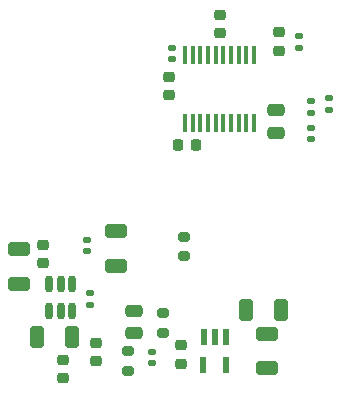
<source format=gbp>
G04 #@! TF.GenerationSoftware,KiCad,Pcbnew,8.0.7*
G04 #@! TF.CreationDate,2025-06-23T12:01:53+08:00*
G04 #@! TF.ProjectId,Pagtingin_Final,50616774-696e-4676-996e-5f46696e616c,rev?*
G04 #@! TF.SameCoordinates,Original*
G04 #@! TF.FileFunction,Paste,Bot*
G04 #@! TF.FilePolarity,Positive*
%FSLAX46Y46*%
G04 Gerber Fmt 4.6, Leading zero omitted, Abs format (unit mm)*
G04 Created by KiCad (PCBNEW 8.0.7) date 2025-06-23 12:01:53*
%MOMM*%
%LPD*%
G01*
G04 APERTURE LIST*
G04 Aperture macros list*
%AMRoundRect*
4,1,4,-3,2,-5,4,-7,6,-9,8,-3,2,0*
1,1,$1,$2,$3*
1,1,$1,$2,$3*
1,1,$1,$2,$3*
1,1,$1,$2,$3*
20,1,$1,$2,$3,$4,$5,90*
20,1,$1,$2,$3,$4,$5,90*
20,1,$1,$2,$3,$4,$5,90*
20,1,$1,$2,$3,$4,$5,90*%
G04 Aperture macros list end*
%AMCOMP20*
4,1,3,
-0.475,0.25000000000000006,
-0.475,-0.24999999999999997,
0.475,-0.25000000000000006,
0.475,0.24999999999999997,
0*
4,1,19,
-0.725,0.25000000000000006,
-0.71276412907378839,0.32725424859373692,
-0.67725424859373684,0.39694631307311834,
-0.62194631307311821,0.45225424859373692,
-0.55225424859373684,0.48776412907378847,
-0.47499999999999992,0.5,
-0.39774575140626306,0.48776412907378841,
-0.32805368692688175,0.45225424859373686,
-0.27274575140626311,0.39694631307311834,
-0.23723587092621157,0.32725424859373686,
-0.22499999999999995,0.25000000000000006,
-0.2372358709262116,0.17274575140626311,
-0.27274575140626311,0.10305368692688176,
-0.32805368692688164,0.047745751406263186,
-0.39774575140626311,0.012235870926211641,
-0.47499999999999992,0.000000000000000029084400903281456,
-0.55225424859373673,0.012235870926211622,
-0.62194631307311821,0.047745751406263144,
-0.67725424859373684,0.1030536869268817,
-0.71276412907378839,0.17274575140626314,
0*
4,1,19,
-0.725,-0.24999999999999994,
-0.71276412907378839,-0.17274575140626308,
-0.67725424859373684,-0.10305368692688167,
-0.62194631307311821,-0.0477457514062631,
-0.55225424859373684,-0.012235870926211584,
-0.475,0.000000000000000029084400903281456,
-0.39774575140626311,-0.012235870926211565,
-0.32805368692688175,-0.047745751406263116,
-0.27274575140626311,-0.10305368692688167,
-0.2372358709262116,-0.17274575140626311,
-0.225,-0.24999999999999997,
-0.23723587092621162,-0.32725424859373692,
-0.27274575140626311,-0.39694631307311823,
-0.32805368692688164,-0.45225424859373686,
-0.39774575140626317,-0.48776412907378841,
-0.475,-0.49999999999999994,
-0.55225424859373673,-0.48776412907378836,
-0.62194631307311821,-0.45225424859373681,
-0.67725424859373684,-0.39694631307311828,
-0.71276412907378839,-0.32725424859373686,
0*
4,1,19,
0.22499999999999995,-0.25,
0.2372358709262116,-0.17274575140626316,
0.27274575140626311,-0.10305368692688173,
0.32805368692688169,-0.047745751406263158,
0.39774575140626311,-0.012235870926211641,
0.475,-0.000000000000000029084400903281456,
0.55225424859373684,-0.012235870926211622,
0.62194631307311821,-0.047745751406263172,
0.67725424859373684,-0.10305368692688173,
0.71276412907378839,-0.17274575140626319,
0.725,-0.25,
0.71276412907378839,-0.327254248593737,
0.67725424859373684,-0.39694631307311828,
0.62194631307311832,-0.45225424859373692,
0.55225424859373684,-0.48776412907378847,
0.475,-0.5,
0.39774575140626311,-0.48776412907378841,
0.32805368692688175,-0.45225424859373686,
0.27274575140626311,-0.39694631307311834,
0.23723587092621157,-0.32725424859373692,
0*
4,1,19,
0.225,0.25,
0.23723587092621162,0.32725424859373686,
0.27274575140626311,0.39694631307311828,
0.32805368692688169,0.45225424859373686,
0.39774575140626317,0.48776412907378841,
0.47500000000000003,0.49999999999999994,
0.55225424859373684,0.48776412907378836,
0.62194631307311821,0.45225424859373681,
0.67725424859373684,0.39694631307311828,
0.71276412907378839,0.32725424859373681,
0.725,0.25,
0.71276412907378839,0.17274575140626303,
0.67725424859373684,0.1030536869268817,
0.62194631307311832,0.04774575140626313,
0.55225424859373684,0.012235870926211584,
0.47500000000000003,-0.000000000000000029084400903281462,
0.39774575140626317,0.012235870926211565,
0.32805368692688175,0.047745751406263089,
0.27274575140626311,0.10305368692688165,
0.2372358709262116,0.17274575140626305,
0*
4,1,3,
-0.725,0.25000000000000006,
-0.22499999999999995,0.24999999999999997,
-0.225,-0.25,
-0.725,-0.24999999999999992,
0*
4,1,3,
-0.47500000000000003,-0.49999999999999994,
-0.475,0.000000000000000029084400903281456,
0.475,-0.000000000000000029084400903281456,
0.47499999999999992,-0.5,
0*
4,1,3,
0.725,-0.25000000000000006,
0.22499999999999995,-0.24999999999999997,
0.225,0.25,
0.725,0.24999999999999992,
0*
4,1,3,
0.47500000000000003,0.49999999999999994,
0.475,-0.000000000000000029084400903281456,
-0.475,0.000000000000000029084400903281456,
-0.47499999999999992,0.5,
0*%
%ADD10COMP20,0.25X0.25X0.475X-0.25X0.475X-0.25X-0.475X0.25X-0.475X0*%
%AMCOMP21*
4,1,3,
0.25625,-0.21875000000000003,
0.25625,0.21874999999999997,
-0.25625,0.21875000000000003,
-0.25625,-0.21874999999999997,
0*
4,1,19,
0.037499999999999964,-0.21875,
0.048206387060435139,-0.15115253248048027,
0.079277532480480223,-0.090171976061021508,
0.12767197606102149,-0.041777532480480252,
0.18865253248048022,-0.010706387060435181,
0.25625,-0.000000000000000015690268908349208,
0.32384746751951971,-0.01070638706043516,
0.38482802393897841,-0.041777532480480266,
0.43322246751951971,-0.090171976061021508,
0.46429361293956484,-0.15115253248048025,
0.475,-0.21875,
0.46429361293956484,-0.28634746751951984,
0.43322246751951976,-0.34732802393897844,
0.38482802393897853,-0.39572246751951973,
0.32384746751951976,-0.42679361293956486,
0.25625000000000003,-0.4375,
0.18865253248048025,-0.42679361293956486,
0.12767197606102151,-0.39572246751951978,
0.079277532480480223,-0.34732802393897855,
0.048206387060435126,-0.28634746751951978,
0*
4,1,19,
0.037499999999999992,0.21875,
0.048206387060435167,0.28634746751951973,
0.079277532480480251,0.34732802393897849,
0.12767197606102151,0.39572246751951978,
0.18865253248048025,0.42679361293956486,
0.25625,0.4375,
0.32384746751951971,0.42679361293956486,
0.38482802393897841,0.39572246751951978,
0.43322246751951971,0.34732802393897855,
0.46429361293956484,0.28634746751951973,
0.475,0.21875,
0.46429361293956484,0.15115253248048016,
0.43322246751951976,0.090171976061021508,
0.38482802393897853,0.041777532480480252,
0.32384746751951976,0.010706387060435149,
0.25625000000000003,-0.000000000000000015690268908349211,
0.18865253248048028,0.010706387060435129,
0.12767197606102154,0.04177753248048021,
0.079277532480480251,0.090171976061021453,
0.048206387060435153,0.15115253248048022,
0*
4,1,19,
-0.475,0.21875000000000003,
-0.46429361293956484,0.28634746751951978,
-0.43322246751951976,0.34732802393897849,
-0.38482802393897847,0.39572246751951978,
-0.32384746751951976,0.42679361293956486,
-0.25625,0.4375,
-0.18865253248048022,0.42679361293956486,
-0.12767197606102149,0.39572246751951978,
-0.079277532480480223,0.34732802393897855,
-0.048206387060435126,0.28634746751951978,
-0.037499999999999964,0.21875000000000003,
-0.048206387060435139,0.15115253248048019,
-0.0792775324804802,0.090171976061021536,
-0.12767197606102146,0.04177753248048028,
-0.1886525324804802,0.010706387060435181,
-0.25624999999999992,0.000000000000000015690268908349205,
-0.32384746751951965,0.01070638706043516,
-0.38482802393897841,0.041777532480480238,
-0.43322246751951971,0.09017197606102148,
-0.46429361293956484,0.15115253248048025,
0*
4,1,19,
-0.475,-0.21874999999999997,
-0.46429361293956484,-0.15115253248048025,
-0.43322246751951976,-0.09017197606102148,
-0.38482802393897847,-0.041777532480480224,
-0.32384746751951976,-0.010706387060435149,
-0.25625,0.000000000000000015690268908349208,
-0.18865253248048025,-0.010706387060435129,
-0.12767197606102151,-0.041777532480480238,
-0.079277532480480251,-0.09017197606102148,
-0.048206387060435153,-0.15115253248048022,
-0.037499999999999992,-0.21874999999999997,
-0.048206387060435167,-0.28634746751951978,
-0.079277532480480223,-0.34732802393897844,
-0.12767197606102149,-0.39572246751951973,
-0.18865253248048022,-0.42679361293956486,
-0.25624999999999992,-0.4375,
-0.32384746751951965,-0.42679361293956486,
-0.38482802393897841,-0.39572246751951978,
-0.43322246751951971,-0.34732802393897855,
-0.46429361293956484,-0.28634746751951973,
0*
4,1,3,
0.475,-0.21875000000000003,
0.037499999999999964,-0.21875,
0.037499999999999992,0.21875,
0.475,0.21874999999999997,
0*
4,1,3,
0.25625,0.4375,
0.25625,-0.000000000000000015690268908349208,
-0.25625,0.000000000000000015690268908349208,
-0.25625,0.4375,
0*
4,1,3,
-0.475,0.21875000000000003,
-0.037499999999999964,0.21875,
-0.037499999999999992,-0.21875,
-0.475,-0.21874999999999997,
0*
4,1,3,
-0.25625,-0.4375,
-0.25625,0.000000000000000015690268908349208,
0.25625,-0.000000000000000015690268908349208,
0.25625,-0.4375,
0*%
%ADD11COMP21,0.21875X-0.21875X-0.25625X0.21875X-0.25625X0.21875X0.25625X-0.21875X0.25625X0*%
%AMCOMP22*
4,1,3,
-0.099999999999999964,0.6375,
-0.10000000000000005,-0.6375,
0.099999999999999964,-0.6375,
0.10000000000000005,0.6375,
0*
4,1,19,
-0.19999999999999998,0.6375,
-0.19510565162951535,0.66840169943749472,
-0.18090169943749471,0.69627852522924727,
-0.15877852522924726,0.71840169943749466,
-0.13090169943749469,0.7326056516295153,
-0.099999999999999964,0.73749999999999993,
-0.069098300562505224,0.7326056516295153,
-0.041221474770752657,0.71840169943749466,
-0.019098300562505222,0.69627852522924727,
-0.0048943483704846089,0.66840169943749472,
0.000000000000000039034327528088274,0.6375,
-0.0048943483704846124,0.60659830056250519,
-0.019098300562505215,0.57872147477075264,
-0.041221474770752643,0.55659830056250525,
-0.069098300562505224,0.54239434837048461,
-0.099999999999999964,0.5375,
-0.13090169943749472,0.54239434837048461,
-0.15877852522924726,0.55659830056250525,
-0.18090169943749471,0.57872147477075264,
-0.19510565162951535,0.60659830056250519,
0*
4,1,19,
-0.20000000000000004,-0.6375,
-0.1951056516295154,-0.60659830056250519,
-0.18090169943749479,-0.57872147477075264,
-0.15877852522924735,-0.55659830056250525,
-0.13090169943749477,-0.54239434837048461,
-0.10000000000000003,-0.5375,
-0.0690983005625053,-0.54239434837048461,
-0.041221474770752733,-0.55659830056250525,
-0.019098300562505298,-0.57872147477075264,
-0.004894348370484687,-0.60659830056250519,
-0.000000000000000039034327528088274,-0.6375,
-0.00489434837048469,-0.66840169943749472,
-0.019098300562505291,-0.69627852522924727,
-0.04122147477075272,-0.71840169943749466,
-0.0690983005625053,-0.7326056516295153,
-0.10000000000000003,-0.73749999999999993,
-0.1309016994374948,-0.7326056516295153,
-0.15877852522924735,-0.71840169943749466,
-0.18090169943749479,-0.69627852522924727,
-0.1951056516295154,-0.66840169943749472,
0*
4,1,19,
-0.000000000000000039034327528088274,-0.6375,
0.0048943483704846124,-0.60659830056250519,
0.019098300562505215,-0.57872147477075264,
0.041221474770752657,-0.55659830056250525,
0.069098300562505238,-0.54239434837048461,
0.099999999999999978,-0.5375,
0.13090169943749472,-0.54239434837048461,
0.15877852522924729,-0.55659830056250525,
0.18090169943749471,-0.57872147477075264,
0.19510565162951535,-0.60659830056250519,
0.19999999999999998,-0.6375,
0.19510565162951535,-0.66840169943749472,
0.18090169943749471,-0.69627852522924727,
0.15877852522924729,-0.71840169943749466,
0.13090169943749472,-0.7326056516295153,
0.099999999999999978,-0.73749999999999993,
0.069098300562505238,-0.7326056516295153,
0.041221474770752671,-0.71840169943749466,
0.019098300562505222,-0.69627852522924727,
0.0048943483704846089,-0.66840169943749472,
0*
4,1,19,
0.000000000000000039034327528088274,0.6375,
0.00489434837048469,0.66840169943749472,
0.019098300562505291,0.69627852522924727,
0.041221474770752733,0.71840169943749466,
0.069098300562505308,0.7326056516295153,
0.10000000000000005,0.73749999999999993,
0.1309016994374948,0.7326056516295153,
0.15877852522924737,0.71840169943749466,
0.18090169943749479,0.69627852522924727,
0.1951056516295154,0.66840169943749472,
0.20000000000000004,0.6375,
0.1951056516295154,0.60659830056250519,
0.18090169943749479,0.57872147477075264,
0.15877852522924737,0.55659830056250525,
0.1309016994374948,0.54239434837048461,
0.10000000000000005,0.5375,
0.069098300562505308,0.54239434837048461,
0.041221474770752747,0.55659830056250525,
0.019098300562505298,0.57872147477075264,
0.004894348370484687,0.60659830056250519,
0*
4,1,3,
-0.19999999999999998,0.6375,
0.000000000000000039034327528088274,0.6375,
-0.000000000000000039034327528088274,-0.6375,
-0.20000000000000004,-0.6375,
0*
4,1,3,
-0.10000000000000005,-0.73749999999999993,
-0.10000000000000003,-0.5375,
0.099999999999999978,-0.5375,
0.099999999999999964,-0.73749999999999993,
0*
4,1,3,
0.19999999999999998,-0.6375,
-0.000000000000000039034327528088274,-0.6375,
0.000000000000000039034327528088274,0.6375,
0.20000000000000004,0.6375,
0*
4,1,3,
0.10000000000000005,0.73749999999999993,
0.10000000000000003,0.5375,
-0.099999999999999978,0.5375,
-0.099999999999999964,0.73749999999999993,
0*%
%ADD12COMP22,0.1X0.6375X0.1X-0.6375X0.1X-0.6375X-0.1X0.6375X-0.1X0*%
%AMCOMP23*
4,1,3,
0.25,-0.22500000000000003,
0.25,0.22499999999999998,
-0.25,0.22500000000000003,
-0.25,-0.22499999999999998,
0*
4,1,19,
0.024999999999999981,-0.225,
0.036012283833590446,-0.15547117626563683,
0.067971176265636812,-0.09274831823419355,
0.11774831823419354,-0.042971176265636825,
0.1804711762656368,-0.011012283833590469,
0.25,-0.000000000000000015307579422779716,
0.31952882373436314,-0.01101228383359045,
0.38225168176580643,-0.042971176265636839,
0.43202882373436313,-0.09274831823419355,
0.46398771616640955,-0.15547117626563686,
0.475,-0.225,
0.46398771616640955,-0.29452882373436329,
0.43202882373436324,-0.35725168176580646,
0.38225168176580648,-0.40702882373436317,
0.3195288237343632,-0.43898771616640953,
0.25000000000000006,-0.45,
0.18047117626563683,-0.43898771616640958,
0.11774831823419357,-0.40702882373436322,
0.067971176265636812,-0.35725168176580652,
0.036012283833590432,-0.29452882373436323,
0*
4,1,19,
0.025000000000000008,0.225,
0.036012283833590474,0.29452882373436318,
0.06797117626563684,0.35725168176580646,
0.11774831823419357,0.40702882373436322,
0.18047117626563683,0.43898771616640953,
0.25,0.45,
0.31952882373436314,0.43898771616640958,
0.38225168176580643,0.40702882373436322,
0.43202882373436313,0.35725168176580646,
0.46398771616640955,0.29452882373436312,
0.475,0.225,
0.46398771616640955,0.15547117626563675,
0.43202882373436324,0.09274831823419355,
0.38225168176580648,0.042971176265636825,
0.3195288237343632,0.011012283833590439,
0.25000000000000006,-0.000000000000000015307579422779719,
0.18047117626563686,0.01101228383359042,
0.1177483182341936,0.042971176265636783,
0.06797117626563684,0.0927483182341935,
0.03601228383359046,0.15547117626563678,
0*
4,1,19,
-0.475,0.22500000000000003,
-0.46398771616640955,0.29452882373436323,
-0.43202882373436319,0.35725168176580646,
-0.38225168176580648,0.40702882373436322,
-0.3195288237343632,0.43898771616640953,
-0.24999999999999997,0.45,
-0.18047117626563683,0.43898771616640958,
-0.11774831823419354,0.40702882373436322,
-0.067971176265636812,0.35725168176580646,
-0.036012283833590432,0.29452882373436318,
-0.024999999999999981,0.22500000000000003,
-0.036012283833590446,0.15547117626563678,
-0.067971176265636785,0.092748318234193577,
-0.11774831823419352,0.042971176265636853,
-0.1804711762656368,0.011012283833590469,
-0.24999999999999997,0.000000000000000015307579422779713,
-0.31952882373436314,0.01101228383359045,
-0.38225168176580637,0.042971176265636811,
-0.43202882373436313,0.092748318234193522,
-0.46398771616640955,0.15547117626563681,
0*
4,1,19,
-0.475,-0.22499999999999998,
-0.46398771616640955,-0.15547117626563681,
-0.43202882373436319,-0.092748318234193522,
-0.38225168176580648,-0.0429711762656368,
-0.3195288237343632,-0.011012283833590439,
-0.25,0.000000000000000015307579422779716,
-0.18047117626563686,-0.01101228383359042,
-0.11774831823419357,-0.042971176265636811,
-0.06797117626563684,-0.092748318234193522,
-0.03601228383359046,-0.15547117626563683,
-0.025000000000000008,-0.22499999999999998,
-0.036012283833590474,-0.29452882373436323,
-0.067971176265636812,-0.35725168176580646,
-0.11774831823419354,-0.40702882373436317,
-0.18047117626563683,-0.43898771616640953,
-0.25,-0.45,
-0.31952882373436314,-0.43898771616640958,
-0.38225168176580637,-0.40702882373436322,
-0.43202882373436313,-0.35725168176580652,
-0.46398771616640955,-0.29452882373436318,
0*
4,1,3,
0.475,-0.22500000000000003,
0.024999999999999981,-0.225,
0.025000000000000008,0.225,
0.475,0.22499999999999998,
0*
4,1,3,
0.25,0.45,
0.25,-0.000000000000000015307579422779716,
-0.25,0.000000000000000015307579422779716,
-0.24999999999999997,0.45,
0*
4,1,3,
-0.475,0.22500000000000003,
-0.024999999999999981,0.225,
-0.025000000000000008,-0.225,
-0.475,-0.22499999999999998,
0*
4,1,3,
-0.25,-0.45,
-0.25,0.000000000000000015307579422779716,
0.25,-0.000000000000000015307579422779716,
0.24999999999999997,-0.45,
0*%
%ADD13COMP23,0.225X-0.225X-0.25X0.225X-0.25X0.225X0.25X-0.225X0.25X0*%
%AMCOMP24*
4,1,3,
0.17,-0.14,
0.17,0.14,
-0.17,0.14,
-0.17,-0.14,
0*
4,1,19,
0.029999999999999992,-0.14,
0.036852087718678504,-0.096737620787507375,
0.056737620787507347,-0.05771006467905377,
0.087710064679053762,-0.026737620787507362,
0.12673762078750736,-0.00685208771867852,
0.17,-0.000000000000000010409154007490207,
0.21326237921249264,-0.0068520877186784976,
0.25228993532094623,-0.026737620787507368,
0.28326237921249264,-0.057710064679053763,
0.30314791228132154,-0.096737620787507375,
0.31000000000000005,-0.14,
0.30314791228132154,-0.18326237921249272,
0.2832623792124927,-0.22228993532094629,
0.25228993532094629,-0.25326237921249267,
0.21326237921249266,-0.27314791228132151,
0.17,-0.28,
0.12673762078750736,-0.27314791228132151,
0.087710064679053776,-0.25326237921249267,
0.056737620787507353,-0.22228993532094629,
0.0368520877186785,-0.18326237921249269,
0*
4,1,19,
0.030000000000000006,0.14,
0.036852087718678525,0.18326237921249267,
0.056737620787507367,0.22228993532094626,
0.087710064679053776,0.25326237921249267,
0.12673762078750739,0.27314791228132151,
0.17000000000000004,0.28,
0.21326237921249266,0.27314791228132151,
0.25228993532094623,0.25326237921249267,
0.28326237921249264,0.22228993532094624,
0.30314791228132154,0.18326237921249264,
0.31000000000000005,0.14,
0.30314791228132154,0.09673762078750732,
0.2832623792124927,0.057710064679053763,
0.25228993532094629,0.026737620787507355,
0.21326237921249269,0.0068520877186784993,
0.17000000000000004,-0.000000000000000010409154007490209,
0.12673762078750739,0.0068520877186784767,
0.08771006467905379,0.026737620787507334,
0.056737620787507374,0.057710064679053728,
0.036852087718678518,0.096737620787507334,
0*
4,1,19,
-0.31000000000000005,0.14000000000000004,
-0.30314791228132154,0.18326237921249269,
-0.28326237921249264,0.22228993532094629,
-0.25228993532094623,0.25326237921249267,
-0.21326237921249264,0.27314791228132151,
-0.16999999999999998,0.28,
-0.12673762078750736,0.27314791228132151,
-0.087710064679053762,0.25326237921249267,
-0.056737620787507353,0.22228993532094626,
-0.0368520877186785,0.18326237921249267,
-0.029999999999999992,0.14000000000000004,
-0.036852087718678504,0.096737620787507334,
-0.056737620787507333,0.057710064679053784,
-0.087710064679053748,0.026737620787507375,
-0.12673762078750733,0.00685208771867852,
-0.16999999999999998,0.000000000000000010409154007490206,
-0.21326237921249264,0.0068520877186784976,
-0.25228993532094623,0.026737620787507355,
-0.28326237921249264,0.057710064679053749,
-0.30314791228132154,0.096737620787507347,
0*
4,1,19,
-0.31000000000000005,-0.13999999999999999,
-0.30314791228132154,-0.096737620787507361,
-0.28326237921249264,-0.057710064679053749,
-0.25228993532094623,-0.026737620787507341,
-0.21326237921249266,-0.0068520877186784993,
-0.17,0.000000000000000010409154007490207,
-0.12673762078750739,-0.0068520877186784767,
-0.087710064679053776,-0.026737620787507348,
-0.056737620787507374,-0.057710064679053742,
-0.036852087718678518,-0.096737620787507361,
-0.030000000000000006,-0.13999999999999999,
-0.036852087718678525,-0.18326237921249269,
-0.056737620787507353,-0.22228993532094626,
-0.087710064679053762,-0.25326237921249267,
-0.12673762078750736,-0.27314791228132151,
-0.17,-0.28,
-0.21326237921249266,-0.27314791228132151,
-0.25228993532094623,-0.25326237921249267,
-0.28326237921249264,-0.22228993532094626,
-0.30314791228132154,-0.18326237921249267,
0*
4,1,3,
0.31000000000000005,-0.14000000000000004,
0.029999999999999992,-0.14,
0.030000000000000006,0.14,
0.31000000000000005,0.13999999999999999,
0*
4,1,3,
0.17000000000000004,0.28,
0.17,-0.000000000000000010409154007490207,
-0.17,0.000000000000000010409154007490207,
-0.16999999999999998,0.28,
0*
4,1,3,
-0.31000000000000005,0.14000000000000004,
-0.029999999999999992,0.14,
-0.030000000000000006,-0.14,
-0.31000000000000005,-0.13999999999999999,
0*
4,1,3,
-0.17000000000000004,-0.28,
-0.17,0.000000000000000010409154007490207,
0.17,-0.000000000000000010409154007490207,
0.16999999999999998,-0.28,
0*%
%ADD14COMP24,0.14X-0.14X-0.17X0.14X-0.17X0.14X0.17X-0.14X0.17X0*%
%AMCOMP25*
4,1,3,
-0.14999999999999997,0.5125,
-0.15000000000000002,-0.5125,
0.14999999999999997,-0.5125,
0.15000000000000002,0.5125,
0*
4,1,19,
-0.29999999999999993,0.5125,
-0.29265847744427292,0.558852549156242,
-0.271352549156242,0.60066778784387087,
-0.23816778784387094,0.63385254915624212,
-0.19635254915624209,0.65515847744427291,
-0.14999999999999997,0.6625,
-0.10364745084375786,0.655158477444273,
-0.061832212156128996,0.63385254915624212,
-0.028647450843757864,0.600667787843871,
-0.0073415225557269476,0.558852549156242,
0.000000000000000031380537816698416,0.5125,
-0.0073415225557269528,0.4661474508437578,
-0.028647450843757836,0.424332212156129,
-0.061832212156128989,0.39114745084375785,
-0.10364745084375784,0.36984152255572694,
-0.14999999999999994,0.36249999999999993,
-0.19635254915624203,0.36984152255572689,
-0.23816778784387091,0.39114745084375779,
-0.27135254915624207,0.42433221215612893,
-0.29265847744427292,0.4661474508437578,
0*
4,1,19,
-0.30000000000000004,-0.5125,
-0.29265847744427304,-0.46614745084375786,
-0.27135254915624207,-0.424332212156129,
-0.238167787843871,-0.39114745084375785,
-0.19635254915624215,-0.36984152255572694,
-0.15000000000000002,-0.36249999999999993,
-0.10364745084375793,-0.36984152255572689,
-0.061832212156129059,-0.39114745084375785,
-0.028647450843757926,-0.424332212156129,
-0.00734152255572701,-0.46614745084375786,
-0.000000000000000031380537816698416,-0.5125,
-0.0073415225557270153,-0.55885254915624216,
-0.028647450843757898,-0.60066778784387087,
-0.061832212156129052,-0.633852549156242,
-0.10364745084375791,-0.65515847744427291,
-0.15,-0.6625,
-0.19635254915624209,-0.655158477444273,
-0.23816778784387097,-0.63385254915624212,
-0.27135254915624213,-0.600667787843871,
-0.29265847744427304,-0.558852549156242,
0*
4,1,19,
-0.000000000000000031380537816698416,-0.5125,
0.0073415225557269528,-0.46614745084375786,
0.028647450843757864,-0.424332212156129,
0.061832212156129,-0.39114745084375785,
0.10364745084375784,-0.36984152255572694,
0.14999999999999997,-0.36249999999999993,
0.19635254915624206,-0.36984152255572689,
0.23816778784387091,-0.39114745084375785,
0.27135254915624207,-0.424332212156129,
0.29265847744427292,-0.46614745084375786,
0.29999999999999993,-0.5125,
0.29265847744427292,-0.55885254915624216,
0.27135254915624207,-0.60066778784387087,
0.23816778784387097,-0.633852549156242,
0.19635254915624209,-0.65515847744427291,
0.15,-0.6625,
0.10364745084375787,-0.655158477444273,
0.061832212156129024,-0.63385254915624212,
0.028647450843757864,-0.600667787843871,
0.0073415225557269476,-0.558852549156242,
0*
4,1,19,
0.000000000000000031380537816698416,0.5125,
0.0073415225557270153,0.558852549156242,
0.028647450843757926,0.60066778784387087,
0.061832212156129066,0.63385254915624212,
0.10364745084375791,0.65515847744427291,
0.15000000000000002,0.6625,
0.19635254915624212,0.655158477444273,
0.23816778784387097,0.63385254915624212,
0.27135254915624213,0.600667787843871,
0.29265847744427304,0.558852549156242,
0.30000000000000004,0.5125,
0.29265847744427304,0.4661474508437578,
0.27135254915624213,0.424332212156129,
0.23816778784387102,0.39114745084375785,
0.19635254915624215,0.36984152255572694,
0.15000000000000005,0.36249999999999993,
0.10364745084375794,0.36984152255572689,
0.061832212156129086,0.39114745084375779,
0.028647450843757926,0.42433221215612893,
0.00734152255572701,0.4661474508437578,
0*
4,1,3,
-0.29999999999999993,0.5125,
0.000000000000000031380537816698416,0.5125,
-0.000000000000000031380537816698416,-0.5125,
-0.30000000000000004,-0.5125,
0*
4,1,3,
-0.15000000000000002,-0.6625,
-0.15000000000000002,-0.36249999999999993,
0.14999999999999997,-0.36249999999999993,
0.14999999999999997,-0.6625,
0*
4,1,3,
0.29999999999999993,-0.5125,
-0.000000000000000031380537816698416,-0.5125,
0.000000000000000031380537816698416,0.5125,
0.30000000000000004,0.5125,
0*
4,1,3,
0.15000000000000002,0.6625,
0.15000000000000002,0.36249999999999993,
-0.14999999999999997,0.36249999999999993,
-0.14999999999999997,0.6625,
0*%
%ADD15COMP25,0.15X0.5125X0.15X-0.5125X0.15X-0.5125X-0.15X0.5125X-0.15X0*%
%AMCOMP26*
4,1,3,
-0.275,0.20000000000000004,
-0.275,-0.19999999999999998,
0.275,-0.20000000000000004,
0.275,0.19999999999999998,
0*
4,1,19,
-0.47500000000000003,0.20000000000000004,
-0.46521130325903071,0.26180339887498955,
-0.43680339887498953,0.31755705045849464,
-0.39255705045849465,0.36180339887498952,
-0.3368033988749895,0.39021130325903075,
-0.275,0.4,
-0.21319660112501052,0.39021130325903075,
-0.15744294954150537,0.36180339887498952,
-0.11319660112501052,0.31755705045849469,
-0.0847886967409693,0.26180339887498949,
-0.075,0.20000000000000004,
-0.0847886967409693,0.13819660112501048,
-0.11319660112501051,0.0824429495415054,
-0.15744294954150537,0.038196601125010533,
-0.21319660112501052,0.0097886967409693132,
-0.27499999999999997,0.000000000000000016838337365057685,
-0.33680339887498945,0.0097886967409692924,
-0.39255705045849459,0.038196601125010519,
-0.43680339887498953,0.082442949541505356,
-0.46521130325903071,0.1381966011250105,
0*
4,1,19,
-0.47500000000000003,-0.19999999999999998,
-0.46521130325903071,-0.1381966011250105,
-0.43680339887498953,-0.082442949541505356,
-0.39255705045849465,-0.038196601125010478,
-0.3368033988749895,-0.0097886967409692785,
-0.275,0.000000000000000016838337365057688,
-0.21319660112501054,-0.0097886967409692577,
-0.15744294954150539,-0.038196601125010492,
-0.11319660112501054,-0.082442949541505356,
-0.084788696740969324,-0.1381966011250105,
-0.075000000000000025,-0.19999999999999998,
-0.084788696740969324,-0.26180339887498955,
-0.11319660112501052,-0.31755705045849464,
-0.15744294954150539,-0.36180339887498947,
-0.21319660112501054,-0.39021130325903075,
-0.27499999999999997,-0.4,
-0.33680339887498945,-0.39021130325903075,
-0.39255705045849459,-0.36180339887498952,
-0.43680339887498953,-0.31755705045849469,
-0.46521130325903071,-0.26180339887498949,
0*
4,1,19,
0.075,-0.2,
0.0847886967409693,-0.13819660112501053,
0.11319660112501051,-0.082442949541505384,
0.15744294954150539,-0.038196601125010506,
0.21319660112501054,-0.0097886967409693132,
0.275,-0.000000000000000016838337365057688,
0.3368033988749895,-0.0097886967409692924,
0.39255705045849465,-0.038196601125010519,
0.43680339887498953,-0.082442949541505384,
0.46521130325903071,-0.13819660112501053,
0.47500000000000003,-0.2,
0.46521130325903071,-0.2618033988749896,
0.43680339887498953,-0.31755705045849464,
0.39255705045849465,-0.36180339887498947,
0.33680339887498956,-0.39021130325903075,
0.27500000000000008,-0.4,
0.21319660112501054,-0.39021130325903075,
0.15744294954150542,-0.36180339887498952,
0.11319660112501052,-0.31755705045849469,
0.0847886967409693,-0.26180339887498955,
0*
4,1,19,
0.075000000000000025,0.2,
0.084788696740969324,0.26180339887498949,
0.11319660112501052,0.31755705045849464,
0.15744294954150542,0.36180339887498952,
0.21319660112501057,0.39021130325903075,
0.275,0.4,
0.3368033988749895,0.39021130325903075,
0.39255705045849465,0.36180339887498952,
0.43680339887498953,0.31755705045849469,
0.46521130325903071,0.26180339887498943,
0.47500000000000003,0.2,
0.46521130325903071,0.13819660112501045,
0.43680339887498953,0.08244294954150537,
0.39255705045849465,0.038196601125010506,
0.33680339887498956,0.0097886967409692785,
0.27500000000000008,-0.000000000000000016838337365057691,
0.21319660112501057,0.0097886967409692577,
0.15744294954150545,0.038196601125010492,
0.11319660112501054,0.082442949541505328,
0.084788696740969324,0.13819660112501048,
0*
4,1,3,
-0.47500000000000003,0.20000000000000004,
-0.075,0.2,
-0.075000000000000025,-0.2,
-0.47500000000000003,-0.19999999999999998,
0*
4,1,3,
-0.275,-0.4,
-0.275,0.000000000000000016838337365057688,
0.275,-0.000000000000000016838337365057688,
0.275,-0.4,
0*
4,1,3,
0.47500000000000003,-0.20000000000000004,
0.075,-0.2,
0.075000000000000025,0.2,
0.47500000000000003,0.19999999999999998,
0*
4,1,3,
0.275,0.4,
0.275,-0.000000000000000016838337365057688,
-0.275,0.000000000000000016838337365057688,
-0.275,0.4,
0*%
%ADD16COMP26,0.2X0.2X0.275X-0.2X0.275X-0.2X-0.275X0.2X-0.275X0*%
%AMCOMP27*
4,1,3,
0.185,-0.135,
0.185,0.135,
-0.185,0.135,
-0.185,-0.135,
0*
4,1,19,
0.049999999999999982,-0.135,
0.056607370300154246,-0.0932827057593821,
0.075782705759382091,-0.05564899094051614,
0.10564899094051612,-0.025782705759382109,
0.1432827057593821,-0.0066073703001542725,
0.185,-0.00000000000000001132760877285699,
0.2267172942406179,-0.0066073703001542777,
0.26435100905948383,-0.025782705759382119,
0.29421729424061788,-0.05564899094051614,
0.31339262969984572,-0.0932827057593821,
0.32,-0.135,
0.31339262969984572,-0.17671729424061797,
0.29421729424061793,-0.2143510090594839,
0.26435100905948389,-0.24421729424061792,
0.2267172942406179,-0.26339262969984578,
0.185,-0.27,
0.1432827057593821,-0.26339262969984578,
0.10564899094051614,-0.24421729424061794,
0.075782705759382091,-0.2143510090594839,
0.056607370300154239,-0.17671729424061794,
0*
4,1,19,
0.049999999999999996,0.135,
0.056607370300154267,0.17671729424061791,
0.0757827057593821,0.2143510090594839,
0.10564899094051614,0.24421729424061792,
0.14328270575938212,0.26339262969984578,
0.18500000000000003,0.27,
0.22671729424061793,0.26339262969984578,
0.26435100905948383,0.24421729424061789,
0.29421729424061788,0.21435100905948387,
0.31339262969984572,0.17671729424061791,
0.32,0.135,
0.31339262969984572,0.093282705759382051,
0.29421729424061793,0.055648990940516126,
0.26435100905948389,0.0257827057593821,
0.22671729424061793,0.00660737030015425,
0.18500000000000003,-0.000000000000000011327608772856992,
0.14328270575938212,0.0066073703001542552,
0.10564899094051615,0.025782705759382067,
0.0757827057593821,0.0556489909405161,
0.05660737030015426,0.093282705759382079,
0*
4,1,19,
-0.32,0.13500000000000004,
-0.31339262969984572,0.17671729424061794,
-0.29421729424061793,0.21435100905948393,
-0.26435100905948389,0.24421729424061794,
-0.22671729424061787,0.26339262969984578,
-0.18499999999999997,0.27,
-0.14328270575938207,0.26339262969984578,
-0.10564899094051612,0.24421729424061792,
-0.075782705759382091,0.2143510090594839,
-0.056607370300154239,0.17671729424061794,
-0.049999999999999982,0.13500000000000004,
-0.056607370300154246,0.093282705759382065,
-0.075782705759382063,0.055648990940516153,
-0.10564899094051611,0.025782705759382123,
-0.14328270575938207,0.0066073703001542725,
-0.18499999999999997,0.000000000000000011327608772856987,
-0.22671729424061787,0.0066073703001542777,
-0.26435100905948383,0.025782705759382091,
-0.29421729424061788,0.055648990940516126,
-0.31339262969984572,0.093282705759382092,
0*
4,1,19,
-0.32,-0.13499999999999998,
-0.31339262969984572,-0.093282705759382092,
-0.29421729424061793,-0.055648990940516112,
-0.26435100905948389,-0.025782705759382085,
-0.2267172942406179,-0.00660737030015425,
-0.185,0.00000000000000001132760877285699,
-0.1432827057593821,-0.0066073703001542552,
-0.10564899094051614,-0.025782705759382095,
-0.0757827057593821,-0.055648990940516112,
-0.05660737030015426,-0.093282705759382092,
-0.049999999999999996,-0.13499999999999998,
-0.056607370300154267,-0.17671729424061794,
-0.075782705759382077,-0.21435100905948387,
-0.10564899094051612,-0.24421729424061789,
-0.1432827057593821,-0.26339262969984578,
-0.185,-0.27,
-0.2267172942406179,-0.26339262969984578,
-0.26435100905948383,-0.24421729424061792,
-0.29421729424061788,-0.21435100905948387,
-0.31339262969984572,-0.17671729424061791,
0*
4,1,3,
0.32,-0.13500000000000004,
0.049999999999999982,-0.135,
0.049999999999999996,0.135,
0.32,0.13499999999999998,
0*
4,1,3,
0.18500000000000003,0.27,
0.185,-0.00000000000000001132760877285699,
-0.185,0.00000000000000001132760877285699,
-0.18499999999999997,0.27,
0*
4,1,3,
-0.32,0.13500000000000004,
-0.049999999999999982,0.135,
-0.049999999999999996,-0.135,
-0.32,-0.13499999999999998,
0*
4,1,3,
-0.18500000000000003,-0.27,
-0.185,0.00000000000000001132760877285699,
0.185,-0.00000000000000001132760877285699,
0.18499999999999997,-0.27,
0*%
%ADD17COMP27,0.135X-0.135X-0.185X0.135X-0.185X0.135X0.185X-0.135X0.185X0*%
%AMCOMP28*
4,1,3,
-0.32500000000000007,-0.65,
0.32499999999999996,-0.65,
0.32500000000000007,0.65,
-0.32499999999999996,0.65,
0*
4,1,19,
-0.575,-0.65,
-0.56276412907378837,-0.57274575140626316,
-0.52725424859373682,-0.50305368692688179,
-0.4719463130731183,-0.4477457514062631,
-0.40225424859373687,-0.41223587092621161,
-0.325,-0.4,
-0.2477457514062632,-0.41223587092621161,
-0.17805368692688178,-0.44774575140626316,
-0.1227457514062632,-0.50305368692688168,
-0.08723587092621167,-0.57274575140626316,
-0.075000000000000053,-0.65,
-0.08723587092621167,-0.727254248593737,
-0.12274575140626318,-0.79694631307311825,
-0.17805368692688175,-0.85225424859373689,
-0.24774575140626318,-0.88776412907378843,
-0.325,-0.9,
-0.40225424859373687,-0.88776412907378843,
-0.4719463130731183,-0.85225424859373689,
-0.52725424859373682,-0.79694631307311836,
-0.56276412907378837,-0.72725424859373689,
0*
4,1,19,
0.074999999999999969,-0.65,
0.087235870926211587,-0.57274575140626316,
0.12274575140626312,-0.50305368692688179,
0.1780536869268817,-0.44774575140626316,
0.24774575140626312,-0.41223587092621161,
0.325,-0.4,
0.40225424859373682,-0.41223587092621161,
0.4719463130731183,-0.44774575140626321,
0.52725424859373682,-0.50305368692688168,
0.56276412907378837,-0.57274575140626316,
0.575,-0.65,
0.56276412907378837,-0.727254248593737,
0.52725424859373693,-0.79694631307311825,
0.47194631307311824,-0.85225424859373689,
0.40225424859373687,-0.88776412907378843,
0.325,-0.9,
0.24774575140626315,-0.88776412907378843,
0.17805368692688173,-0.85225424859373689,
0.12274575140626312,-0.79694631307311836,
0.087235870926211587,-0.72725424859373689,
0*
4,1,19,
0.075000000000000053,0.65,
0.08723587092621167,0.72725424859373689,
0.1227457514062632,0.79694631307311825,
0.17805368692688178,0.85225424859373689,
0.2477457514062632,0.88776412907378843,
0.32500000000000007,0.9,
0.40225424859373687,0.88776412907378843,
0.47194631307311835,0.85225424859373689,
0.52725424859373682,0.79694631307311836,
0.56276412907378837,0.72725424859373689,
0.575,0.65,
0.56276412907378837,0.572745751406263,
0.52725424859373693,0.50305368692688179,
0.4719463130731183,0.4477457514062631,
0.40225424859373693,0.41223587092621161,
0.32500000000000007,0.4,
0.24774575140626323,0.41223587092621161,
0.17805368692688181,0.44774575140626316,
0.1227457514062632,0.50305368692688168,
0.08723587092621167,0.57274575140626316,
0*
4,1,19,
-0.575,0.65,
-0.56276412907378837,0.72725424859373689,
-0.52725424859373682,0.79694631307311825,
-0.47194631307311824,0.85225424859373689,
-0.40225424859373682,0.88776412907378843,
-0.32499999999999996,0.9,
-0.24774575140626312,0.88776412907378843,
-0.1780536869268817,0.85225424859373689,
-0.12274575140626312,0.79694631307311836,
-0.087235870926211587,0.72725424859373689,
-0.074999999999999969,0.65,
-0.087235870926211587,0.572745751406263,
-0.12274575140626309,0.50305368692688179,
-0.17805368692688167,0.44774575140626316,
-0.24774575140626309,0.41223587092621161,
-0.32499999999999996,0.4,
-0.40225424859373682,0.41223587092621161,
-0.47194631307311824,0.44774575140626321,
-0.52725424859373682,0.50305368692688168,
-0.56276412907378837,0.57274575140626316,
0*
4,1,3,
-0.32500000000000007,-0.9,
-0.325,-0.4,
0.325,-0.4,
0.32499999999999996,-0.9,
0*
4,1,3,
0.575,-0.65,
0.074999999999999969,-0.65,
0.075000000000000053,0.65,
0.575,0.65,
0*
4,1,3,
0.32500000000000007,0.9,
0.325,0.4,
-0.325,0.4,
-0.32499999999999996,0.9,
0*
4,1,3,
-0.575,0.65,
-0.074999999999999969,0.65,
-0.075000000000000053,-0.65,
-0.575,-0.65,
0*%
%ADD18COMP28,0.25X-0.65X0.325X-0.65X-0.325X0.65X-0.325X0.65X0.325X0*%
%ADD19R,0.5588X1.3208*%
%AMCOMP29*
4,1,3,
-0.25625,0.21875000000000003,
-0.25625,-0.21874999999999997,
0.25625,-0.21875000000000003,
0.25625,0.21874999999999997,
0*
4,1,19,
-0.475,0.21875000000000003,
-0.46429361293956484,0.28634746751951978,
-0.43322246751951976,0.34732802393897849,
-0.38482802393897847,0.39572246751951978,
-0.32384746751951976,0.42679361293956486,
-0.25625,0.4375,
-0.18865253248048022,0.42679361293956486,
-0.12767197606102149,0.39572246751951978,
-0.079277532480480223,0.34732802393897855,
-0.048206387060435126,0.28634746751951978,
-0.037499999999999964,0.21875000000000003,
-0.048206387060435139,0.15115253248048019,
-0.0792775324804802,0.090171976061021536,
-0.12767197606102146,0.04177753248048028,
-0.1886525324804802,0.010706387060435181,
-0.25624999999999992,0.000000000000000015690268908349205,
-0.32384746751951965,0.01070638706043516,
-0.38482802393897841,0.041777532480480238,
-0.43322246751951971,0.09017197606102148,
-0.46429361293956484,0.15115253248048025,
0*
4,1,19,
-0.475,-0.21874999999999997,
-0.46429361293956484,-0.15115253248048025,
-0.43322246751951976,-0.09017197606102148,
-0.38482802393897847,-0.041777532480480224,
-0.32384746751951976,-0.010706387060435149,
-0.25625,0.000000000000000015690268908349208,
-0.18865253248048025,-0.010706387060435129,
-0.12767197606102151,-0.041777532480480238,
-0.079277532480480251,-0.09017197606102148,
-0.048206387060435153,-0.15115253248048022,
-0.037499999999999992,-0.21874999999999997,
-0.048206387060435167,-0.28634746751951978,
-0.079277532480480223,-0.34732802393897844,
-0.12767197606102149,-0.39572246751951973,
-0.18865253248048022,-0.42679361293956486,
-0.25624999999999992,-0.4375,
-0.32384746751951965,-0.42679361293956486,
-0.38482802393897841,-0.39572246751951978,
-0.43322246751951971,-0.34732802393897855,
-0.46429361293956484,-0.28634746751951973,
0*
4,1,19,
0.037499999999999964,-0.21875,
0.048206387060435139,-0.15115253248048027,
0.079277532480480223,-0.090171976061021508,
0.12767197606102149,-0.041777532480480252,
0.18865253248048022,-0.010706387060435181,
0.25625,-0.000000000000000015690268908349208,
0.32384746751951971,-0.01070638706043516,
0.38482802393897841,-0.041777532480480266,
0.43322246751951971,-0.090171976061021508,
0.46429361293956484,-0.15115253248048025,
0.475,-0.21875,
0.46429361293956484,-0.28634746751951984,
0.43322246751951976,-0.34732802393897844,
0.38482802393897853,-0.39572246751951973,
0.32384746751951976,-0.42679361293956486,
0.25625000000000003,-0.4375,
0.18865253248048025,-0.42679361293956486,
0.12767197606102151,-0.39572246751951978,
0.079277532480480223,-0.34732802393897855,
0.048206387060435126,-0.28634746751951978,
0*
4,1,19,
0.037499999999999992,0.21875,
0.048206387060435167,0.28634746751951973,
0.079277532480480251,0.34732802393897849,
0.12767197606102151,0.39572246751951978,
0.18865253248048025,0.42679361293956486,
0.25625,0.4375,
0.32384746751951971,0.42679361293956486,
0.38482802393897841,0.39572246751951978,
0.43322246751951971,0.34732802393897855,
0.46429361293956484,0.28634746751951973,
0.475,0.21875,
0.46429361293956484,0.15115253248048016,
0.43322246751951976,0.090171976061021508,
0.38482802393897853,0.041777532480480252,
0.32384746751951976,0.010706387060435149,
0.25625000000000003,-0.000000000000000015690268908349211,
0.18865253248048028,0.010706387060435129,
0.12767197606102154,0.04177753248048021,
0.079277532480480251,0.090171976061021453,
0.048206387060435153,0.15115253248048022,
0*
4,1,3,
-0.475,0.21875000000000003,
-0.037499999999999964,0.21875,
-0.037499999999999992,-0.21875,
-0.475,-0.21874999999999997,
0*
4,1,3,
-0.25625,-0.4375,
-0.25625,0.000000000000000015690268908349208,
0.25625,-0.000000000000000015690268908349208,
0.25625,-0.4375,
0*
4,1,3,
0.475,-0.21875000000000003,
0.037499999999999964,-0.21875,
0.037499999999999992,0.21875,
0.475,0.21874999999999997,
0*
4,1,3,
0.25625,0.4375,
0.25625,-0.000000000000000015690268908349208,
-0.25625,0.000000000000000015690268908349208,
-0.25625,0.4375,
0*%
%ADD20COMP29,0.21875X0.21875X0.25625X-0.21875X0.25625X-0.21875X-0.25625X0.21875X-0.25625X0*%
%AMCOMP30*
4,1,3,
-0.17,0.14,
-0.17,-0.14,
0.17,-0.14,
0.17,0.14,
0*
4,1,19,
-0.31000000000000005,0.14000000000000004,
-0.30314791228132154,0.18326237921249269,
-0.28326237921249264,0.22228993532094629,
-0.25228993532094623,0.25326237921249267,
-0.21326237921249264,0.27314791228132151,
-0.16999999999999998,0.28,
-0.12673762078750736,0.27314791228132151,
-0.087710064679053762,0.25326237921249267,
-0.056737620787507353,0.22228993532094626,
-0.0368520877186785,0.18326237921249267,
-0.029999999999999992,0.14000000000000004,
-0.036852087718678504,0.096737620787507334,
-0.056737620787507333,0.057710064679053784,
-0.087710064679053748,0.026737620787507375,
-0.12673762078750733,0.00685208771867852,
-0.16999999999999998,0.000000000000000010409154007490206,
-0.21326237921249264,0.0068520877186784976,
-0.25228993532094623,0.026737620787507355,
-0.28326237921249264,0.057710064679053749,
-0.30314791228132154,0.096737620787507347,
0*
4,1,19,
-0.31000000000000005,-0.13999999999999999,
-0.30314791228132154,-0.096737620787507361,
-0.28326237921249264,-0.057710064679053749,
-0.25228993532094623,-0.026737620787507341,
-0.21326237921249266,-0.0068520877186784993,
-0.17,0.000000000000000010409154007490207,
-0.12673762078750739,-0.0068520877186784767,
-0.087710064679053776,-0.026737620787507348,
-0.056737620787507374,-0.057710064679053742,
-0.036852087718678518,-0.096737620787507361,
-0.030000000000000006,-0.13999999999999999,
-0.036852087718678525,-0.18326237921249269,
-0.056737620787507353,-0.22228993532094626,
-0.087710064679053762,-0.25326237921249267,
-0.12673762078750736,-0.27314791228132151,
-0.17,-0.28,
-0.21326237921249266,-0.27314791228132151,
-0.25228993532094623,-0.25326237921249267,
-0.28326237921249264,-0.22228993532094626,
-0.30314791228132154,-0.18326237921249267,
0*
4,1,19,
0.029999999999999992,-0.14,
0.036852087718678504,-0.096737620787507375,
0.056737620787507347,-0.05771006467905377,
0.087710064679053762,-0.026737620787507362,
0.12673762078750736,-0.00685208771867852,
0.17,-0.000000000000000010409154007490207,
0.21326237921249264,-0.0068520877186784976,
0.25228993532094623,-0.026737620787507368,
0.28326237921249264,-0.057710064679053763,
0.30314791228132154,-0.096737620787507375,
0.31000000000000005,-0.14,
0.30314791228132154,-0.18326237921249272,
0.2832623792124927,-0.22228993532094629,
0.25228993532094629,-0.25326237921249267,
0.21326237921249266,-0.27314791228132151,
0.17,-0.28,
0.12673762078750736,-0.27314791228132151,
0.087710064679053776,-0.25326237921249267,
0.056737620787507353,-0.22228993532094629,
0.0368520877186785,-0.18326237921249269,
0*
4,1,19,
0.030000000000000006,0.14,
0.036852087718678525,0.18326237921249267,
0.056737620787507367,0.22228993532094626,
0.087710064679053776,0.25326237921249267,
0.12673762078750739,0.27314791228132151,
0.17000000000000004,0.28,
0.21326237921249266,0.27314791228132151,
0.25228993532094623,0.25326237921249267,
0.28326237921249264,0.22228993532094624,
0.30314791228132154,0.18326237921249264,
0.31000000000000005,0.14,
0.30314791228132154,0.09673762078750732,
0.2832623792124927,0.057710064679053763,
0.25228993532094629,0.026737620787507355,
0.21326237921249269,0.0068520877186784993,
0.17000000000000004,-0.000000000000000010409154007490209,
0.12673762078750739,0.0068520877186784767,
0.08771006467905379,0.026737620787507334,
0.056737620787507374,0.057710064679053728,
0.036852087718678518,0.096737620787507334,
0*
4,1,3,
-0.31000000000000005,0.14000000000000004,
-0.029999999999999992,0.14,
-0.030000000000000006,-0.14,
-0.31000000000000005,-0.13999999999999999,
0*
4,1,3,
-0.17000000000000004,-0.28,
-0.17,0.000000000000000010409154007490207,
0.17,-0.000000000000000010409154007490207,
0.16999999999999998,-0.28,
0*
4,1,3,
0.31000000000000005,-0.14000000000000004,
0.029999999999999992,-0.14,
0.030000000000000006,0.14,
0.31000000000000005,0.13999999999999999,
0*
4,1,3,
0.17000000000000004,0.28,
0.17,-0.000000000000000010409154007490207,
-0.17,0.000000000000000010409154007490207,
-0.16999999999999998,0.28,
0*%
%ADD21COMP30,0.14X0.14X0.17X-0.14X0.17X-0.14X-0.17X0.14X-0.17X0*%
%AMCOMP31*
4,1,3,
-0.22500000000000003,-0.25,
0.22499999999999998,-0.25,
0.22500000000000003,0.25,
-0.22499999999999998,0.25,
0*
4,1,19,
-0.45,-0.24999999999999997,
-0.43898771616640953,-0.1804711762656368,
-0.40702882373436322,-0.11774831823419352,
-0.35725168176580646,-0.067971176265636785,
-0.29452882373436318,-0.036012283833590432,
-0.225,-0.024999999999999981,
-0.15547117626563683,-0.036012283833590418,
-0.092748318234193577,-0.067971176265636812,
-0.042971176265636853,-0.11774831823419352,
-0.011012283833590469,-0.1804711762656368,
-0.000000000000000015307579422779713,-0.24999999999999997,
-0.011012283833590477,-0.31952882373436325,
-0.042971176265636811,-0.38225168176580643,
-0.09274831823419355,-0.43202882373436313,
-0.15547117626563683,-0.46398771616640955,
-0.225,-0.475,
-0.29452882373436318,-0.46398771616640955,
-0.35725168176580641,-0.43202882373436324,
-0.40702882373436317,-0.38225168176580648,
-0.43898771616640953,-0.3195288237343632,
0*
4,1,19,
-0.000000000000000015307579422779716,-0.25,
0.011012283833590448,-0.18047117626563683,
0.042971176265636811,-0.11774831823419354,
0.09274831823419355,-0.067971176265636812,
0.15547117626563683,-0.03601228383359046,
0.225,-0.025000000000000008,
0.29452882373436318,-0.036012283833590446,
0.35725168176580646,-0.06797117626563684,
0.40702882373436317,-0.11774831823419354,
0.43898771616640953,-0.18047117626563683,
0.45,-0.25,
0.43898771616640953,-0.31952882373436325,
0.40702882373436322,-0.38225168176580643,
0.35725168176580646,-0.43202882373436313,
0.29452882373436312,-0.46398771616640955,
0.225,-0.475,
0.15547117626563686,-0.46398771616640955,
0.092748318234193577,-0.43202882373436324,
0.042971176265636825,-0.38225168176580648,
0.011012283833590439,-0.3195288237343632,
0*
4,1,19,
0.000000000000000015307579422779716,0.25,
0.011012283833590477,0.3195288237343632,
0.042971176265636839,0.38225168176580648,
0.092748318234193577,0.43202882373436319,
0.15547117626563686,0.46398771616640955,
0.22500000000000003,0.475,
0.29452882373436323,0.46398771616640955,
0.35725168176580646,0.43202882373436319,
0.40702882373436317,0.38225168176580648,
0.43898771616640953,0.3195288237343632,
0.45,0.24999999999999997,
0.43898771616640953,0.18047117626563672,
0.40702882373436322,0.11774831823419354,
0.35725168176580646,0.067971176265636812,
0.29452882373436318,0.036012283833590432,
0.22500000000000003,0.024999999999999981,
0.15547117626563689,0.036012283833590418,
0.0927483182341936,0.067971176265636785,
0.042971176265636853,0.11774831823419349,
0.011012283833590469,0.1804711762656368,
0*
4,1,19,
-0.45,0.25,
-0.43898771616640953,0.3195288237343632,
-0.40702882373436322,0.38225168176580648,
-0.35725168176580646,0.43202882373436319,
-0.29452882373436312,0.46398771616640955,
-0.22499999999999998,0.475,
-0.15547117626563681,0.46398771616640955,
-0.09274831823419355,0.43202882373436319,
-0.042971176265636825,0.38225168176580648,
-0.011012283833590439,0.3195288237343632,
0.000000000000000015307579422779716,0.25,
-0.011012283833590448,0.18047117626563675,
-0.042971176265636783,0.11774831823419357,
-0.092748318234193522,0.06797117626563684,
-0.15547117626563681,0.03601228383359046,
-0.22499999999999998,0.025000000000000008,
-0.29452882373436312,0.036012283833590446,
-0.35725168176580641,0.067971176265636812,
-0.40702882373436317,0.11774831823419352,
-0.43898771616640953,0.18047117626563683,
0*
4,1,3,
-0.22500000000000003,-0.475,
-0.225,-0.024999999999999981,
0.225,-0.025000000000000008,
0.22499999999999998,-0.475,
0*
4,1,3,
0.45,-0.25,
-0.000000000000000015307579422779716,-0.25,
0.000000000000000015307579422779716,0.25,
0.45,0.24999999999999997,
0*
4,1,3,
0.22500000000000003,0.475,
0.225,0.024999999999999981,
-0.225,0.025000000000000008,
-0.22499999999999998,0.475,
0*
4,1,3,
-0.45,0.25,
0.000000000000000015307579422779716,0.25,
-0.000000000000000015307579422779716,-0.25,
-0.45,-0.24999999999999997,
0*%
%ADD22COMP31,0.225X-0.25X0.225X-0.25X-0.225X0.25X-0.225X0.25X0.225X0*%
%AMCOMP32*
4,1,3,
-0.25,0.22500000000000003,
-0.25,-0.22499999999999998,
0.25,-0.22500000000000003,
0.25,0.22499999999999998,
0*
4,1,19,
-0.475,0.22500000000000003,
-0.46398771616640955,0.29452882373436323,
-0.43202882373436319,0.35725168176580646,
-0.38225168176580648,0.40702882373436322,
-0.3195288237343632,0.43898771616640953,
-0.24999999999999997,0.45,
-0.18047117626563683,0.43898771616640958,
-0.11774831823419354,0.40702882373436322,
-0.067971176265636812,0.35725168176580646,
-0.036012283833590432,0.29452882373436318,
-0.024999999999999981,0.22500000000000003,
-0.036012283833590446,0.15547117626563678,
-0.067971176265636785,0.092748318234193577,
-0.11774831823419352,0.042971176265636853,
-0.1804711762656368,0.011012283833590469,
-0.24999999999999997,0.000000000000000015307579422779713,
-0.31952882373436314,0.01101228383359045,
-0.38225168176580637,0.042971176265636811,
-0.43202882373436313,0.092748318234193522,
-0.46398771616640955,0.15547117626563681,
0*
4,1,19,
-0.475,-0.22499999999999998,
-0.46398771616640955,-0.15547117626563681,
-0.43202882373436319,-0.092748318234193522,
-0.38225168176580648,-0.0429711762656368,
-0.3195288237343632,-0.011012283833590439,
-0.25,0.000000000000000015307579422779716,
-0.18047117626563686,-0.01101228383359042,
-0.11774831823419357,-0.042971176265636811,
-0.06797117626563684,-0.092748318234193522,
-0.03601228383359046,-0.15547117626563683,
-0.025000000000000008,-0.22499999999999998,
-0.036012283833590474,-0.29452882373436323,
-0.067971176265636812,-0.35725168176580646,
-0.11774831823419354,-0.40702882373436317,
-0.18047117626563683,-0.43898771616640953,
-0.25,-0.45,
-0.31952882373436314,-0.43898771616640958,
-0.38225168176580637,-0.40702882373436322,
-0.43202882373436313,-0.35725168176580652,
-0.46398771616640955,-0.29452882373436318,
0*
4,1,19,
0.024999999999999981,-0.225,
0.036012283833590446,-0.15547117626563683,
0.067971176265636812,-0.09274831823419355,
0.11774831823419354,-0.042971176265636825,
0.1804711762656368,-0.011012283833590469,
0.25,-0.000000000000000015307579422779716,
0.31952882373436314,-0.01101228383359045,
0.38225168176580643,-0.042971176265636839,
0.43202882373436313,-0.09274831823419355,
0.46398771616640955,-0.15547117626563686,
0.475,-0.225,
0.46398771616640955,-0.29452882373436329,
0.43202882373436324,-0.35725168176580646,
0.38225168176580648,-0.40702882373436317,
0.3195288237343632,-0.43898771616640953,
0.25000000000000006,-0.45,
0.18047117626563683,-0.43898771616640958,
0.11774831823419357,-0.40702882373436322,
0.067971176265636812,-0.35725168176580652,
0.036012283833590432,-0.29452882373436323,
0*
4,1,19,
0.025000000000000008,0.225,
0.036012283833590474,0.29452882373436318,
0.06797117626563684,0.35725168176580646,
0.11774831823419357,0.40702882373436322,
0.18047117626563683,0.43898771616640953,
0.25,0.45,
0.31952882373436314,0.43898771616640958,
0.38225168176580643,0.40702882373436322,
0.43202882373436313,0.35725168176580646,
0.46398771616640955,0.29452882373436312,
0.475,0.225,
0.46398771616640955,0.15547117626563675,
0.43202882373436324,0.09274831823419355,
0.38225168176580648,0.042971176265636825,
0.3195288237343632,0.011012283833590439,
0.25000000000000006,-0.000000000000000015307579422779719,
0.18047117626563686,0.01101228383359042,
0.1177483182341936,0.042971176265636783,
0.06797117626563684,0.0927483182341935,
0.03601228383359046,0.15547117626563678,
0*
4,1,3,
-0.475,0.22500000000000003,
-0.024999999999999981,0.225,
-0.025000000000000008,-0.225,
-0.475,-0.22499999999999998,
0*
4,1,3,
-0.25,-0.45,
-0.25,0.000000000000000015307579422779716,
0.25,-0.000000000000000015307579422779716,
0.24999999999999997,-0.45,
0*
4,1,3,
0.475,-0.22500000000000003,
0.024999999999999981,-0.225,
0.025000000000000008,0.225,
0.475,0.22499999999999998,
0*
4,1,3,
0.25,0.45,
0.25,-0.000000000000000015307579422779716,
-0.25,0.000000000000000015307579422779716,
-0.24999999999999997,0.45,
0*%
%ADD23COMP32,0.225X0.225X0.25X-0.225X0.25X-0.225X-0.25X0.225X-0.25X0*%
%AMCOMP33*
4,1,3,
0.475,-0.25000000000000006,
0.475,0.24999999999999997,
-0.475,0.25000000000000006,
-0.475,-0.24999999999999997,
0*
4,1,19,
0.22499999999999995,-0.25,
0.2372358709262116,-0.17274575140626316,
0.27274575140626311,-0.10305368692688173,
0.32805368692688169,-0.047745751406263158,
0.39774575140626311,-0.012235870926211641,
0.475,-0.000000000000000029084400903281456,
0.55225424859373684,-0.012235870926211622,
0.62194631307311821,-0.047745751406263172,
0.67725424859373684,-0.10305368692688173,
0.71276412907378839,-0.17274575140626319,
0.725,-0.25,
0.71276412907378839,-0.327254248593737,
0.67725424859373684,-0.39694631307311828,
0.62194631307311832,-0.45225424859373692,
0.55225424859373684,-0.48776412907378847,
0.475,-0.5,
0.39774575140626311,-0.48776412907378841,
0.32805368692688175,-0.45225424859373686,
0.27274575140626311,-0.39694631307311834,
0.23723587092621157,-0.32725424859373692,
0*
4,1,19,
0.225,0.25,
0.23723587092621162,0.32725424859373686,
0.27274575140626311,0.39694631307311828,
0.32805368692688169,0.45225424859373686,
0.39774575140626317,0.48776412907378841,
0.47500000000000003,0.49999999999999994,
0.55225424859373684,0.48776412907378836,
0.62194631307311821,0.45225424859373681,
0.67725424859373684,0.39694631307311828,
0.71276412907378839,0.32725424859373681,
0.725,0.25,
0.71276412907378839,0.17274575140626303,
0.67725424859373684,0.1030536869268817,
0.62194631307311832,0.04774575140626313,
0.55225424859373684,0.012235870926211584,
0.47500000000000003,-0.000000000000000029084400903281462,
0.39774575140626317,0.012235870926211565,
0.32805368692688175,0.047745751406263089,
0.27274575140626311,0.10305368692688165,
0.2372358709262116,0.17274575140626305,
0*
4,1,19,
-0.725,0.25000000000000006,
-0.71276412907378839,0.32725424859373692,
-0.67725424859373684,0.39694631307311834,
-0.62194631307311821,0.45225424859373692,
-0.55225424859373684,0.48776412907378847,
-0.47499999999999992,0.5,
-0.39774575140626306,0.48776412907378841,
-0.32805368692688175,0.45225424859373686,
-0.27274575140626311,0.39694631307311834,
-0.23723587092621157,0.32725424859373686,
-0.22499999999999995,0.25000000000000006,
-0.2372358709262116,0.17274575140626311,
-0.27274575140626311,0.10305368692688176,
-0.32805368692688164,0.047745751406263186,
-0.39774575140626311,0.012235870926211641,
-0.47499999999999992,0.000000000000000029084400903281456,
-0.55225424859373673,0.012235870926211622,
-0.62194631307311821,0.047745751406263144,
-0.67725424859373684,0.1030536869268817,
-0.71276412907378839,0.17274575140626314,
0*
4,1,19,
-0.725,-0.24999999999999994,
-0.71276412907378839,-0.17274575140626308,
-0.67725424859373684,-0.10305368692688167,
-0.62194631307311821,-0.0477457514062631,
-0.55225424859373684,-0.012235870926211584,
-0.475,0.000000000000000029084400903281456,
-0.39774575140626311,-0.012235870926211565,
-0.32805368692688175,-0.047745751406263116,
-0.27274575140626311,-0.10305368692688167,
-0.2372358709262116,-0.17274575140626311,
-0.225,-0.24999999999999997,
-0.23723587092621162,-0.32725424859373692,
-0.27274575140626311,-0.39694631307311823,
-0.32805368692688164,-0.45225424859373686,
-0.39774575140626317,-0.48776412907378841,
-0.475,-0.49999999999999994,
-0.55225424859373673,-0.48776412907378836,
-0.62194631307311821,-0.45225424859373681,
-0.67725424859373684,-0.39694631307311828,
-0.71276412907378839,-0.32725424859373686,
0*
4,1,3,
0.725,-0.25000000000000006,
0.22499999999999995,-0.24999999999999997,
0.225,0.25,
0.725,0.24999999999999992,
0*
4,1,3,
0.47500000000000003,0.49999999999999994,
0.475,-0.000000000000000029084400903281456,
-0.475,0.000000000000000029084400903281456,
-0.47499999999999992,0.5,
0*
4,1,3,
-0.725,0.25000000000000006,
-0.22499999999999995,0.24999999999999997,
-0.225,-0.25,
-0.725,-0.24999999999999992,
0*
4,1,3,
-0.47500000000000003,-0.49999999999999994,
-0.475,0.000000000000000029084400903281456,
0.475,-0.000000000000000029084400903281456,
0.47499999999999992,-0.5,
0*%
%ADD24COMP33,0.25X-0.25X-0.475X0.25X-0.475X0.25X0.475X-0.25X0.475X0*%
%AMCOMP34*
4,1,3,
0.65,-0.32500000000000007,
0.65,0.32499999999999996,
-0.65,0.32500000000000007,
-0.65,-0.32499999999999996,
0*
4,1,19,
0.4,-0.325,
0.41223587092621161,-0.24774575140626318,
0.44774575140626316,-0.17805368692688175,
0.50305368692688179,-0.12274575140626318,
0.57274575140626316,-0.08723587092621167,
0.65,-0.075000000000000053,
0.72725424859373689,-0.087235870926211642,
0.79694631307311825,-0.1227457514062632,
0.85225424859373689,-0.17805368692688175,
0.88776412907378843,-0.2477457514062632,
0.9,-0.325,
0.88776412907378843,-0.402254248593737,
0.85225424859373689,-0.47194631307311835,
0.79694631307311836,-0.52725424859373682,
0.72725424859373689,-0.56276412907378837,
0.65,-0.575,
0.57274575140626327,-0.56276412907378837,
0.50305368692688179,-0.52725424859373693,
0.4477457514062631,-0.47194631307311835,
0.41223587092621161,-0.40225424859373693,
0*
4,1,19,
0.4,0.325,
0.41223587092621161,0.40225424859373687,
0.44774575140626321,0.4719463130731183,
0.50305368692688179,0.52725424859373682,
0.57274575140626316,0.56276412907378837,
0.65,0.575,
0.72725424859373689,0.56276412907378837,
0.79694631307311825,0.52725424859373682,
0.85225424859373689,0.47194631307311824,
0.88776412907378843,0.40225424859373682,
0.9,0.325,
0.88776412907378843,0.24774575140626304,
0.85225424859373689,0.1780536869268817,
0.79694631307311836,0.12274575140626312,
0.72725424859373689,0.087235870926211587,
0.65,0.074999999999999969,
0.57274575140626327,0.087235870926211559,
0.50305368692688179,0.12274575140626309,
0.44774575140626316,0.17805368692688164,
0.41223587092621161,0.24774575140626307,
0*
4,1,19,
-0.9,0.32500000000000007,
-0.88776412907378843,0.40225424859373693,
-0.85225424859373689,0.47194631307311835,
-0.79694631307311825,0.52725424859373682,
-0.72725424859373689,0.56276412907378837,
-0.65,0.575,
-0.57274575140626316,0.56276412907378837,
-0.50305368692688179,0.52725424859373682,
-0.4477457514062631,0.4719463130731183,
-0.41223587092621161,0.40225424859373687,
-0.4,0.32500000000000007,
-0.41223587092621161,0.24774575140626312,
-0.44774575140626316,0.17805368692688178,
-0.50305368692688168,0.1227457514062632,
-0.57274575140626316,0.08723587092621167,
-0.65,0.075000000000000053,
-0.72725424859373677,0.087235870926211642,
-0.79694631307311825,0.12274575140626318,
-0.85225424859373689,0.17805368692688173,
-0.88776412907378843,0.24774575140626315,
0*
4,1,19,
-0.9,-0.32499999999999996,
-0.88776412907378843,-0.24774575140626309,
-0.85225424859373689,-0.17805368692688167,
-0.79694631307311825,-0.12274575140626309,
-0.72725424859373689,-0.087235870926211587,
-0.65,-0.074999999999999969,
-0.57274575140626316,-0.087235870926211559,
-0.50305368692688179,-0.12274575140626312,
-0.44774575140626316,-0.17805368692688167,
-0.41223587092621161,-0.24774575140626312,
-0.4,-0.32499999999999996,
-0.41223587092621161,-0.40225424859373693,
-0.44774575140626321,-0.4719463130731183,
-0.50305368692688168,-0.52725424859373682,
-0.57274575140626316,-0.56276412907378837,
-0.65,-0.575,
-0.72725424859373677,-0.56276412907378837,
-0.79694631307311825,-0.52725424859373693,
-0.85225424859373689,-0.4719463130731183,
-0.88776412907378843,-0.40225424859373687,
0*
4,1,3,
0.9,-0.32500000000000007,
0.4,-0.325,
0.4,0.325,
0.9,0.32499999999999996,
0*
4,1,3,
0.65,0.575,
0.65,0.074999999999999969,
-0.65,0.075000000000000053,
-0.65,0.575,
0*
4,1,3,
-0.9,0.32500000000000007,
-0.4,0.325,
-0.4,-0.325,
-0.9,-0.32499999999999996,
0*
4,1,3,
-0.65,-0.575,
-0.65,-0.074999999999999969,
0.65,-0.075000000000000053,
0.65,-0.575,
0*%
%ADD25COMP34,0.25X-0.325X-0.65X0.325X-0.65X0.325X0.65X-0.325X0.65X0*%
%AMCOMP35*
4,1,3,
-0.65,0.32500000000000007,
-0.65,-0.32499999999999996,
0.65,-0.32500000000000007,
0.65,0.32499999999999996,
0*
4,1,19,
-0.9,0.32500000000000007,
-0.88776412907378843,0.40225424859373693,
-0.85225424859373689,0.47194631307311835,
-0.79694631307311825,0.52725424859373682,
-0.72725424859373689,0.56276412907378837,
-0.65,0.575,
-0.57274575140626316,0.56276412907378837,
-0.50305368692688179,0.52725424859373682,
-0.4477457514062631,0.4719463130731183,
-0.41223587092621161,0.40225424859373687,
-0.4,0.32500000000000007,
-0.41223587092621161,0.24774575140626312,
-0.44774575140626316,0.17805368692688178,
-0.50305368692688168,0.1227457514062632,
-0.57274575140626316,0.08723587092621167,
-0.65,0.075000000000000053,
-0.72725424859373677,0.087235870926211642,
-0.79694631307311825,0.12274575140626318,
-0.85225424859373689,0.17805368692688173,
-0.88776412907378843,0.24774575140626315,
0*
4,1,19,
-0.9,-0.32499999999999996,
-0.88776412907378843,-0.24774575140626309,
-0.85225424859373689,-0.17805368692688167,
-0.79694631307311825,-0.12274575140626309,
-0.72725424859373689,-0.087235870926211587,
-0.65,-0.074999999999999969,
-0.57274575140626316,-0.087235870926211559,
-0.50305368692688179,-0.12274575140626312,
-0.44774575140626316,-0.17805368692688167,
-0.41223587092621161,-0.24774575140626312,
-0.4,-0.32499999999999996,
-0.41223587092621161,-0.40225424859373693,
-0.44774575140626321,-0.4719463130731183,
-0.50305368692688168,-0.52725424859373682,
-0.57274575140626316,-0.56276412907378837,
-0.65,-0.575,
-0.72725424859373677,-0.56276412907378837,
-0.79694631307311825,-0.52725424859373693,
-0.85225424859373689,-0.4719463130731183,
-0.88776412907378843,-0.40225424859373687,
0*
4,1,19,
0.4,-0.325,
0.41223587092621161,-0.24774575140626318,
0.44774575140626316,-0.17805368692688175,
0.50305368692688179,-0.12274575140626318,
0.57274575140626316,-0.08723587092621167,
0.65,-0.075000000000000053,
0.72725424859373689,-0.087235870926211642,
0.79694631307311825,-0.1227457514062632,
0.85225424859373689,-0.17805368692688175,
0.88776412907378843,-0.2477457514062632,
0.9,-0.325,
0.88776412907378843,-0.402254248593737,
0.85225424859373689,-0.47194631307311835,
0.79694631307311836,-0.52725424859373682,
0.72725424859373689,-0.56276412907378837,
0.65,-0.575,
0.57274575140626327,-0.56276412907378837,
0.50305368692688179,-0.52725424859373693,
0.4477457514062631,-0.47194631307311835,
0.41223587092621161,-0.40225424859373693,
0*
4,1,19,
0.4,0.325,
0.41223587092621161,0.40225424859373687,
0.44774575140626321,0.4719463130731183,
0.50305368692688179,0.52725424859373682,
0.57274575140626316,0.56276412907378837,
0.65,0.575,
0.72725424859373689,0.56276412907378837,
0.79694631307311825,0.52725424859373682,
0.85225424859373689,0.47194631307311824,
0.88776412907378843,0.40225424859373682,
0.9,0.325,
0.88776412907378843,0.24774575140626304,
0.85225424859373689,0.1780536869268817,
0.79694631307311836,0.12274575140626312,
0.72725424859373689,0.087235870926211587,
0.65,0.074999999999999969,
0.57274575140626327,0.087235870926211559,
0.50305368692688179,0.12274575140626309,
0.44774575140626316,0.17805368692688164,
0.41223587092621161,0.24774575140626307,
0*
4,1,3,
-0.9,0.32500000000000007,
-0.4,0.325,
-0.4,-0.325,
-0.9,-0.32499999999999996,
0*
4,1,3,
-0.65,-0.575,
-0.65,-0.074999999999999969,
0.65,-0.075000000000000053,
0.65,-0.575,
0*
4,1,3,
0.9,-0.32500000000000007,
0.4,-0.325,
0.4,0.325,
0.9,0.32499999999999996,
0*
4,1,3,
0.65,0.575,
0.65,0.074999999999999969,
-0.65,0.075000000000000053,
-0.65,0.575,
0*%
%ADD26COMP35,0.25X0.325X0.65X-0.325X0.65X-0.325X-0.65X0.325X-0.65X0*%
G04 APERTURE END LIST*
D10*
X-0033000000Y-0028000000D02*
X0028224922Y0010165256D03*
X0028224922Y0008265256D03*
D11*
X0020500000Y0014212499D03*
X0020500000Y0015787500D03*
D12*
X0032549921Y0031827756D03*
X0033199922Y0031827756D03*
X0033849922Y0031827756D03*
X0034499922Y0031827756D03*
X0035149922Y0031827756D03*
X0035799921Y0031827756D03*
X0036449922Y0031827756D03*
X0037099922Y0031827756D03*
X0037749922Y0031827756D03*
X0038399922Y0031827756D03*
X0038399922Y0026102756D03*
X0037749922Y0026102756D03*
X0037099922Y0026102756D03*
X0036449922Y0026102756D03*
X0035799921Y0026102756D03*
X0035149922Y0026102756D03*
X0034499922Y0026102756D03*
X0033849922Y0026102756D03*
X0033199922Y0026102756D03*
X0032549921Y0026102756D03*
D13*
X0035474922Y0033690256D03*
X0035474922Y0035240256D03*
D14*
X0044724922Y0027215256D03*
X0044724922Y0028175256D03*
D13*
X0031224922Y0028440256D03*
X0031224922Y0029990256D03*
D15*
X0021062500Y0012465257D03*
X0022012500Y0012465257D03*
X0022962500Y0012465257D03*
X0022962500Y0010190257D03*
X0022012500Y0010190257D03*
X0021062500Y0010190257D03*
D14*
X0031474922Y0031505256D03*
X0031474922Y0032465256D03*
D16*
X0032474922Y0016465256D03*
X0032474922Y0014815256D03*
D17*
X0043224922Y0026965256D03*
X0043224922Y0027985256D03*
D18*
X0037749922Y0010215256D03*
X0040699922Y0010215256D03*
D19*
X0034120400Y0007999999D03*
X0035060199Y0007999999D03*
X0036000000Y0007999999D03*
X0036012699Y0005612399D03*
X0034107699Y0005612399D03*
D14*
X0029724922Y0005755256D03*
X0029724922Y0006715256D03*
D20*
X0032224922Y0007252756D03*
X0032224922Y0005677756D03*
D21*
X0024224922Y0016175257D03*
X0024224922Y0015215257D03*
D22*
X0031949922Y0024215256D03*
X0033499921Y0024215256D03*
D14*
X0043224922Y0024715256D03*
X0043224922Y0025675256D03*
D16*
X0030724922Y0009965256D03*
X0030724922Y0008315256D03*
D17*
X0042224922Y0032445256D03*
X0042224922Y0033465256D03*
D23*
X0022224922Y0006015256D03*
X0022224922Y0004465257D03*
D24*
X0040224922Y0025265256D03*
X0040224922Y0027165256D03*
D13*
X0040474922Y0032215256D03*
X0040474922Y0033765256D03*
D25*
X0018474922Y0012490257D03*
X0018474922Y0015440257D03*
D16*
X0027724922Y0006749999D03*
X0027724922Y0005099999D03*
D25*
X0026724922Y0014015256D03*
X0026724922Y0016965256D03*
D17*
X0024500000Y0010705257D03*
X0024500000Y0011725257D03*
D23*
X0024974922Y0007465257D03*
X0024974922Y0005915256D03*
D18*
X0019999921Y0007965257D03*
X0022949922Y0007965257D03*
D26*
X0039500000Y0008249999D03*
X0039500000Y0005299999D03*
M02*
</source>
